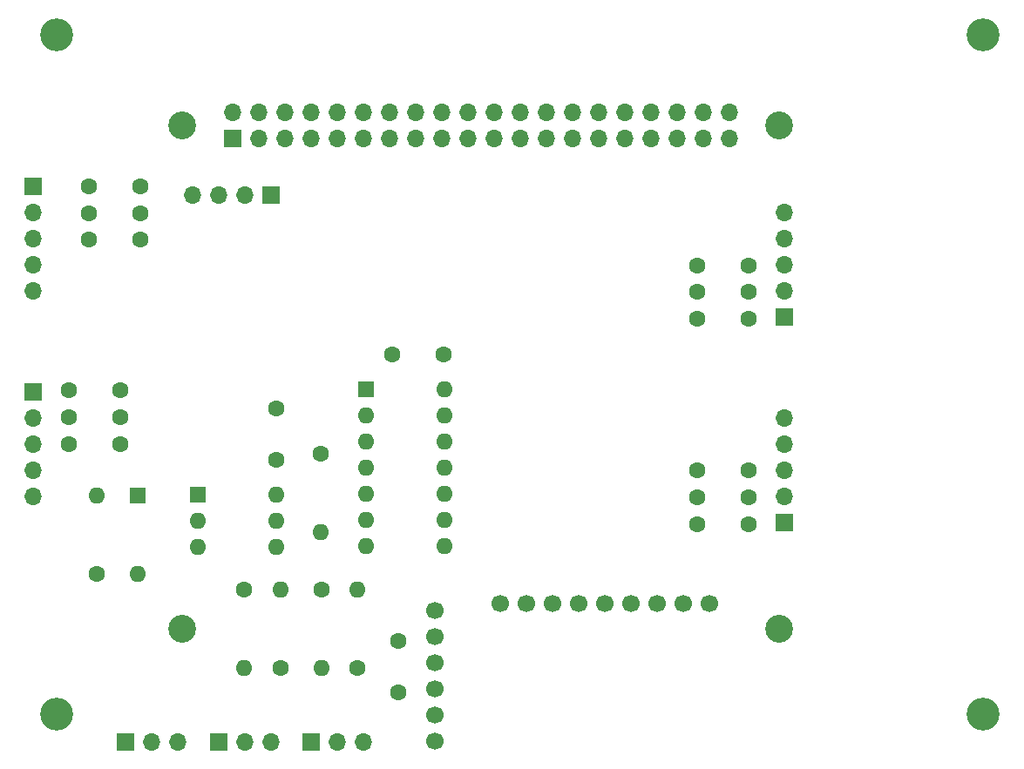
<source format=gbs>
G04 #@! TF.GenerationSoftware,KiCad,Pcbnew,(6.0.5)*
G04 #@! TF.CreationDate,2022-09-01T21:04:14+01:00*
G04 #@! TF.ProjectId,Rpi-Zynthian-IOBoard,5270692d-5a79-46e7-9468-69616e2d494f,rev?*
G04 #@! TF.SameCoordinates,Original*
G04 #@! TF.FileFunction,Soldermask,Bot*
G04 #@! TF.FilePolarity,Negative*
%FSLAX46Y46*%
G04 Gerber Fmt 4.6, Leading zero omitted, Abs format (unit mm)*
G04 Created by KiCad (PCBNEW (6.0.5)) date 2022-09-01 21:04:14*
%MOMM*%
%LPD*%
G01*
G04 APERTURE LIST*
%ADD10C,2.700000*%
%ADD11C,3.200000*%
%ADD12C,1.600000*%
%ADD13R,1.700000X1.700000*%
%ADD14O,1.700000X1.700000*%
%ADD15O,1.600000X1.600000*%
%ADD16C,1.700000*%
%ADD17R,1.600000X1.600000*%
G04 APERTURE END LIST*
D10*
X116480000Y-64030000D03*
X174480000Y-64030000D03*
X116480000Y-113030000D03*
X174480000Y-113030000D03*
D11*
X104290000Y-55270000D03*
D12*
X166500000Y-80270000D03*
X171500000Y-80270000D03*
D13*
X175000000Y-82700000D03*
D14*
X175000000Y-80160000D03*
X175000000Y-77620000D03*
X175000000Y-75080000D03*
X175000000Y-72540000D03*
D12*
X129900000Y-95950000D03*
D15*
X129900000Y-103570000D03*
D11*
X194290000Y-55270000D03*
D12*
X166500000Y-100220000D03*
X171500000Y-100220000D03*
X108150000Y-107690000D03*
D15*
X108150000Y-100070000D03*
D11*
X194290000Y-121270000D03*
D13*
X111000000Y-124000000D03*
D14*
X113540000Y-124000000D03*
X116080000Y-124000000D03*
D12*
X122504200Y-109220000D03*
D15*
X122504200Y-116840000D03*
D12*
X166500000Y-82820000D03*
X171500000Y-82820000D03*
X130004200Y-109220000D03*
D15*
X130004200Y-116840000D03*
D12*
X112420000Y-70010000D03*
X107420000Y-70010000D03*
D13*
X102000000Y-90000000D03*
D14*
X102000000Y-92540000D03*
X102000000Y-95080000D03*
X102000000Y-97620000D03*
X102000000Y-100160000D03*
D12*
X112420000Y-75180000D03*
X107420000Y-75180000D03*
D13*
X175000000Y-102700000D03*
D14*
X175000000Y-100160000D03*
X175000000Y-97620000D03*
X175000000Y-95080000D03*
X175000000Y-92540000D03*
D11*
X104290000Y-121270000D03*
D12*
X125640000Y-96560000D03*
X125640000Y-91560000D03*
D13*
X120000000Y-124000000D03*
D14*
X122540000Y-124000000D03*
X125080000Y-124000000D03*
D13*
X129000000Y-124000000D03*
D14*
X131540000Y-124000000D03*
X134080000Y-124000000D03*
D12*
X110500000Y-95090000D03*
X105500000Y-95090000D03*
X126004200Y-116840000D03*
D15*
X126004200Y-109220000D03*
D12*
X110500000Y-92460000D03*
X105500000Y-92460000D03*
D16*
X141015000Y-111180000D03*
X141015000Y-113720000D03*
X141015000Y-116260000D03*
X141015000Y-118800000D03*
X141015000Y-121340000D03*
X141015000Y-123880000D03*
X167685000Y-110545000D03*
X165145000Y-110545000D03*
X162605000Y-110545000D03*
X160065000Y-110545000D03*
X157525000Y-110545000D03*
X154985000Y-110545000D03*
X152445000Y-110545000D03*
X149905000Y-110545000D03*
X147365000Y-110545000D03*
D12*
X133504200Y-116840000D03*
D15*
X133504200Y-109220000D03*
D12*
X137460000Y-119180000D03*
X137460000Y-114180000D03*
X110500000Y-89830000D03*
X105500000Y-89830000D03*
X112420000Y-72610000D03*
X107420000Y-72610000D03*
X166500000Y-102830000D03*
X171500000Y-102830000D03*
X166500000Y-97610000D03*
X171500000Y-97610000D03*
D17*
X118000000Y-100000000D03*
D15*
X118000000Y-102540000D03*
X118000000Y-105080000D03*
X125620000Y-105080000D03*
X125620000Y-102540000D03*
X125620000Y-100000000D03*
D17*
X112150000Y-100070000D03*
D15*
X112150000Y-107690000D03*
D12*
X141880000Y-86365000D03*
X136880000Y-86365000D03*
X166500000Y-77710000D03*
X171500000Y-77710000D03*
D17*
X134310000Y-89755000D03*
D15*
X134310000Y-92295000D03*
X134310000Y-94835000D03*
X134310000Y-97375000D03*
X134310000Y-99915000D03*
X134310000Y-102455000D03*
X134310000Y-104995000D03*
X141930000Y-104995000D03*
X141930000Y-102455000D03*
X141930000Y-99915000D03*
X141930000Y-97375000D03*
X141930000Y-94835000D03*
X141930000Y-92295000D03*
X141930000Y-89755000D03*
D13*
X102000000Y-70000000D03*
D14*
X102000000Y-72540000D03*
X102000000Y-75080000D03*
X102000000Y-77620000D03*
X102000000Y-80160000D03*
D13*
X125085000Y-70815200D03*
D14*
X122545000Y-70815200D03*
X120005000Y-70815200D03*
X117465000Y-70815200D03*
D13*
X121350000Y-65300000D03*
D14*
X121350000Y-62760000D03*
X123890000Y-65300000D03*
X123890000Y-62760000D03*
X126430000Y-65300000D03*
X126430000Y-62760000D03*
X128970000Y-65300000D03*
X128970000Y-62760000D03*
X131510000Y-65300000D03*
X131510000Y-62760000D03*
X134050000Y-65300000D03*
X134050000Y-62760000D03*
X136590000Y-65300000D03*
X136590000Y-62760000D03*
X139130000Y-65300000D03*
X139130000Y-62760000D03*
X141670000Y-65300000D03*
X141670000Y-62760000D03*
X144210000Y-65300000D03*
X144210000Y-62760000D03*
X146750000Y-65300000D03*
X146750000Y-62760000D03*
X149290000Y-65300000D03*
X149290000Y-62760000D03*
X151830000Y-65300000D03*
X151830000Y-62760000D03*
X154370000Y-65300000D03*
X154370000Y-62760000D03*
X156910000Y-65300000D03*
X156910000Y-62760000D03*
X159450000Y-65300000D03*
X159450000Y-62760000D03*
X161990000Y-65300000D03*
X161990000Y-62760000D03*
X164530000Y-65300000D03*
X164530000Y-62760000D03*
X167070000Y-65300000D03*
X167070000Y-62760000D03*
X169610000Y-65300000D03*
X169610000Y-62760000D03*
M02*

</source>
